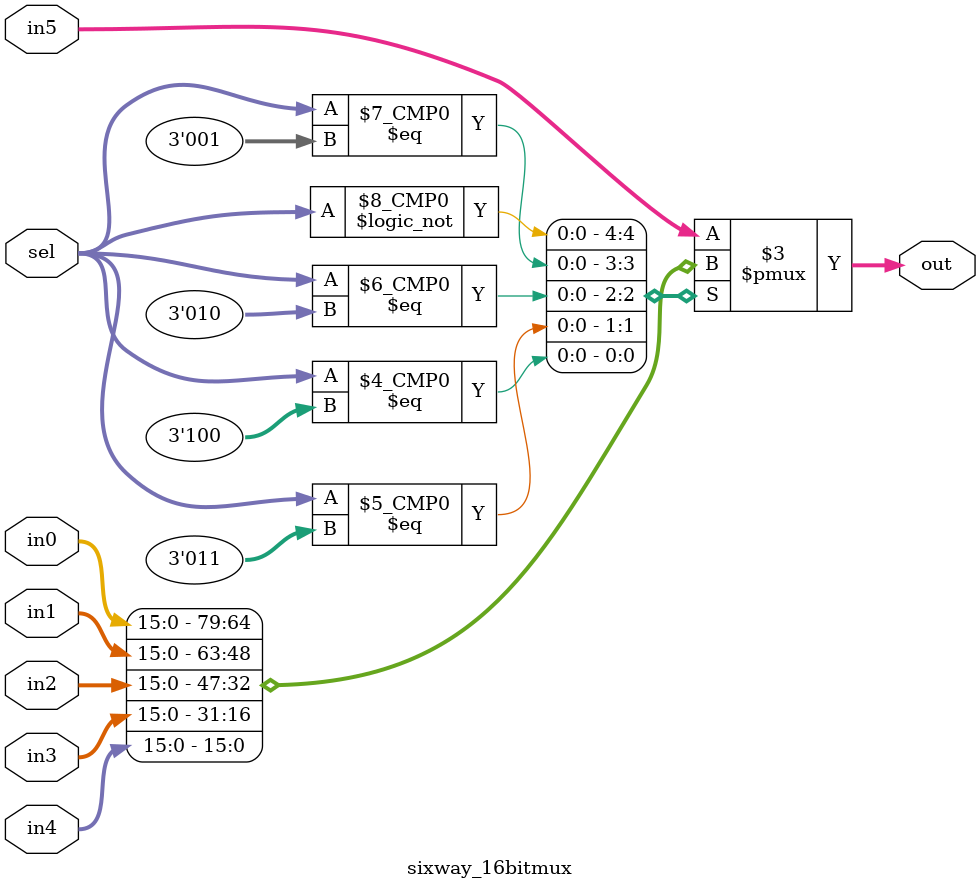
<source format=v>
`timescale 1ns / 1ps

module sixway_16bitmux(in0,in1,in2,in3,in4,in5,sel,out);

input [2:0]  sel;
input [15:0] in0,in1,in2,in3,in4,in5;
output[15:0] out;
reg [15:0] out;

always @(*)
case	(sel)
	'd0 :	out = in0;
	'd1 :	out = in1;
	'd2 :	out = in2;
	'd3 :	out = in3;
	'd4 : 	out = in4;
	default	out = in5;
endcase


endmodule

</source>
